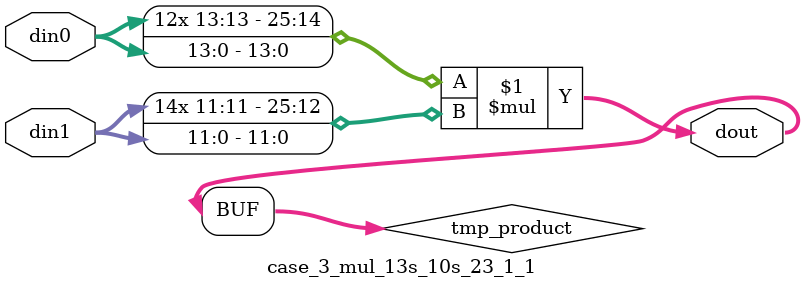
<source format=v>

`timescale 1 ns / 1 ps

 (* use_dsp = "no" *)  module case_3_mul_13s_10s_23_1_1(din0, din1, dout);
parameter ID = 1;
parameter NUM_STAGE = 0;
parameter din0_WIDTH = 14;
parameter din1_WIDTH = 12;
parameter dout_WIDTH = 26;

input [din0_WIDTH - 1 : 0] din0; 
input [din1_WIDTH - 1 : 0] din1; 
output [dout_WIDTH - 1 : 0] dout;

wire signed [dout_WIDTH - 1 : 0] tmp_product;



























assign tmp_product = $signed(din0) * $signed(din1);








assign dout = tmp_product;





















endmodule

</source>
